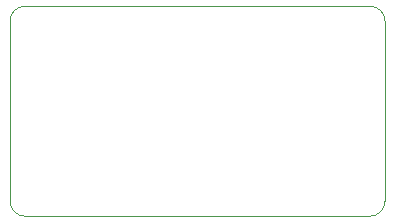
<source format=gbr>
%TF.GenerationSoftware,KiCad,Pcbnew,(5.1.8-0-10_14)*%
%TF.CreationDate,2021-02-06T12:21:22+09:00*%
%TF.ProjectId,usb-pidvid-fixture,7573622d-7069-4647-9669-642d66697874,rev?*%
%TF.SameCoordinates,Original*%
%TF.FileFunction,Profile,NP*%
%FSLAX46Y46*%
G04 Gerber Fmt 4.6, Leading zero omitted, Abs format (unit mm)*
G04 Created by KiCad (PCBNEW (5.1.8-0-10_14)) date 2021-02-06 12:21:22*
%MOMM*%
%LPD*%
G01*
G04 APERTURE LIST*
%TA.AperFunction,Profile*%
%ADD10C,0.100000*%
%TD*%
G04 APERTURE END LIST*
D10*
X113665000Y-87630000D02*
G75*
G02*
X112395000Y-86360000I0J1270000D01*
G01*
X112395000Y-71120000D02*
G75*
G02*
X113665000Y-69850000I1270000J0D01*
G01*
X142875000Y-69850000D02*
G75*
G02*
X144145000Y-71120000I0J-1270000D01*
G01*
X144145000Y-86360000D02*
G75*
G02*
X142875000Y-87630000I-1270000J0D01*
G01*
X113665000Y-87630000D02*
X142875000Y-87630000D01*
X112395000Y-71120000D02*
X112395000Y-86360000D01*
X142875000Y-69850000D02*
X113665000Y-69850000D01*
X144145000Y-71120000D02*
X144145000Y-86360000D01*
M02*

</source>
